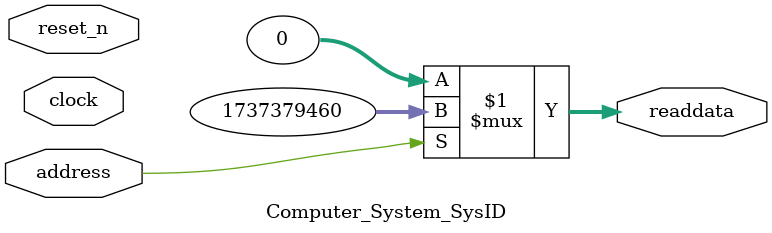
<source format=v>



// synthesis translate_off
`timescale 1ns / 1ps
// synthesis translate_on

// turn off superfluous verilog processor warnings 
// altera message_level Level1 
// altera message_off 10034 10035 10036 10037 10230 10240 10030 

module Computer_System_SysID (
               // inputs:
                address,
                clock,
                reset_n,

               // outputs:
                readdata
             )
;

  output  [ 31: 0] readdata;
  input            address;
  input            clock;
  input            reset_n;

  wire    [ 31: 0] readdata;
  //control_slave, which is an e_avalon_slave
  assign readdata = address ? 1737379460 : 0;

endmodule



</source>
